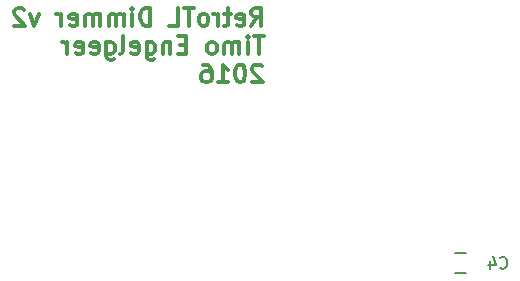
<source format=gbr>
G04 #@! TF.FileFunction,Legend,Bot*
%FSLAX46Y46*%
G04 Gerber Fmt 4.6, Leading zero omitted, Abs format (unit mm)*
G04 Created by KiCad (PCBNEW 4.0.2-stable) date 8-9-2016 13:54:52*
%MOMM*%
G01*
G04 APERTURE LIST*
%ADD10C,0.100000*%
%ADD11C,0.300000*%
%ADD12C,0.150000*%
G04 APERTURE END LIST*
D10*
D11*
X146010714Y-85303571D02*
X146510714Y-84589286D01*
X146867857Y-85303571D02*
X146867857Y-83803571D01*
X146296429Y-83803571D01*
X146153571Y-83875000D01*
X146082143Y-83946429D01*
X146010714Y-84089286D01*
X146010714Y-84303571D01*
X146082143Y-84446429D01*
X146153571Y-84517857D01*
X146296429Y-84589286D01*
X146867857Y-84589286D01*
X144796429Y-85232143D02*
X144939286Y-85303571D01*
X145225000Y-85303571D01*
X145367857Y-85232143D01*
X145439286Y-85089286D01*
X145439286Y-84517857D01*
X145367857Y-84375000D01*
X145225000Y-84303571D01*
X144939286Y-84303571D01*
X144796429Y-84375000D01*
X144725000Y-84517857D01*
X144725000Y-84660714D01*
X145439286Y-84803571D01*
X144296429Y-84303571D02*
X143725000Y-84303571D01*
X144082143Y-83803571D02*
X144082143Y-85089286D01*
X144010715Y-85232143D01*
X143867857Y-85303571D01*
X143725000Y-85303571D01*
X143225000Y-85303571D02*
X143225000Y-84303571D01*
X143225000Y-84589286D02*
X143153572Y-84446429D01*
X143082143Y-84375000D01*
X142939286Y-84303571D01*
X142796429Y-84303571D01*
X142082143Y-85303571D02*
X142225001Y-85232143D01*
X142296429Y-85160714D01*
X142367858Y-85017857D01*
X142367858Y-84589286D01*
X142296429Y-84446429D01*
X142225001Y-84375000D01*
X142082143Y-84303571D01*
X141867858Y-84303571D01*
X141725001Y-84375000D01*
X141653572Y-84446429D01*
X141582143Y-84589286D01*
X141582143Y-85017857D01*
X141653572Y-85160714D01*
X141725001Y-85232143D01*
X141867858Y-85303571D01*
X142082143Y-85303571D01*
X141153572Y-83803571D02*
X140296429Y-83803571D01*
X140725000Y-85303571D02*
X140725000Y-83803571D01*
X139082143Y-85303571D02*
X139796429Y-85303571D01*
X139796429Y-83803571D01*
X137439286Y-85303571D02*
X137439286Y-83803571D01*
X137082143Y-83803571D01*
X136867858Y-83875000D01*
X136725000Y-84017857D01*
X136653572Y-84160714D01*
X136582143Y-84446429D01*
X136582143Y-84660714D01*
X136653572Y-84946429D01*
X136725000Y-85089286D01*
X136867858Y-85232143D01*
X137082143Y-85303571D01*
X137439286Y-85303571D01*
X135939286Y-85303571D02*
X135939286Y-84303571D01*
X135939286Y-83803571D02*
X136010715Y-83875000D01*
X135939286Y-83946429D01*
X135867858Y-83875000D01*
X135939286Y-83803571D01*
X135939286Y-83946429D01*
X135225000Y-85303571D02*
X135225000Y-84303571D01*
X135225000Y-84446429D02*
X135153572Y-84375000D01*
X135010714Y-84303571D01*
X134796429Y-84303571D01*
X134653572Y-84375000D01*
X134582143Y-84517857D01*
X134582143Y-85303571D01*
X134582143Y-84517857D02*
X134510714Y-84375000D01*
X134367857Y-84303571D01*
X134153572Y-84303571D01*
X134010714Y-84375000D01*
X133939286Y-84517857D01*
X133939286Y-85303571D01*
X133225000Y-85303571D02*
X133225000Y-84303571D01*
X133225000Y-84446429D02*
X133153572Y-84375000D01*
X133010714Y-84303571D01*
X132796429Y-84303571D01*
X132653572Y-84375000D01*
X132582143Y-84517857D01*
X132582143Y-85303571D01*
X132582143Y-84517857D02*
X132510714Y-84375000D01*
X132367857Y-84303571D01*
X132153572Y-84303571D01*
X132010714Y-84375000D01*
X131939286Y-84517857D01*
X131939286Y-85303571D01*
X130653572Y-85232143D02*
X130796429Y-85303571D01*
X131082143Y-85303571D01*
X131225000Y-85232143D01*
X131296429Y-85089286D01*
X131296429Y-84517857D01*
X131225000Y-84375000D01*
X131082143Y-84303571D01*
X130796429Y-84303571D01*
X130653572Y-84375000D01*
X130582143Y-84517857D01*
X130582143Y-84660714D01*
X131296429Y-84803571D01*
X129939286Y-85303571D02*
X129939286Y-84303571D01*
X129939286Y-84589286D02*
X129867858Y-84446429D01*
X129796429Y-84375000D01*
X129653572Y-84303571D01*
X129510715Y-84303571D01*
X128010715Y-84303571D02*
X127653572Y-85303571D01*
X127296430Y-84303571D01*
X126796430Y-83946429D02*
X126725001Y-83875000D01*
X126582144Y-83803571D01*
X126225001Y-83803571D01*
X126082144Y-83875000D01*
X126010715Y-83946429D01*
X125939287Y-84089286D01*
X125939287Y-84232143D01*
X126010715Y-84446429D01*
X126867858Y-85303571D01*
X125939287Y-85303571D01*
X147082143Y-86203571D02*
X146225000Y-86203571D01*
X146653571Y-87703571D02*
X146653571Y-86203571D01*
X145725000Y-87703571D02*
X145725000Y-86703571D01*
X145725000Y-86203571D02*
X145796429Y-86275000D01*
X145725000Y-86346429D01*
X145653572Y-86275000D01*
X145725000Y-86203571D01*
X145725000Y-86346429D01*
X145010714Y-87703571D02*
X145010714Y-86703571D01*
X145010714Y-86846429D02*
X144939286Y-86775000D01*
X144796428Y-86703571D01*
X144582143Y-86703571D01*
X144439286Y-86775000D01*
X144367857Y-86917857D01*
X144367857Y-87703571D01*
X144367857Y-86917857D02*
X144296428Y-86775000D01*
X144153571Y-86703571D01*
X143939286Y-86703571D01*
X143796428Y-86775000D01*
X143725000Y-86917857D01*
X143725000Y-87703571D01*
X142796428Y-87703571D02*
X142939286Y-87632143D01*
X143010714Y-87560714D01*
X143082143Y-87417857D01*
X143082143Y-86989286D01*
X143010714Y-86846429D01*
X142939286Y-86775000D01*
X142796428Y-86703571D01*
X142582143Y-86703571D01*
X142439286Y-86775000D01*
X142367857Y-86846429D01*
X142296428Y-86989286D01*
X142296428Y-87417857D01*
X142367857Y-87560714D01*
X142439286Y-87632143D01*
X142582143Y-87703571D01*
X142796428Y-87703571D01*
X140510714Y-86917857D02*
X140010714Y-86917857D01*
X139796428Y-87703571D02*
X140510714Y-87703571D01*
X140510714Y-86203571D01*
X139796428Y-86203571D01*
X139153571Y-86703571D02*
X139153571Y-87703571D01*
X139153571Y-86846429D02*
X139082143Y-86775000D01*
X138939285Y-86703571D01*
X138725000Y-86703571D01*
X138582143Y-86775000D01*
X138510714Y-86917857D01*
X138510714Y-87703571D01*
X137153571Y-86703571D02*
X137153571Y-87917857D01*
X137225000Y-88060714D01*
X137296428Y-88132143D01*
X137439285Y-88203571D01*
X137653571Y-88203571D01*
X137796428Y-88132143D01*
X137153571Y-87632143D02*
X137296428Y-87703571D01*
X137582142Y-87703571D01*
X137725000Y-87632143D01*
X137796428Y-87560714D01*
X137867857Y-87417857D01*
X137867857Y-86989286D01*
X137796428Y-86846429D01*
X137725000Y-86775000D01*
X137582142Y-86703571D01*
X137296428Y-86703571D01*
X137153571Y-86775000D01*
X135867857Y-87632143D02*
X136010714Y-87703571D01*
X136296428Y-87703571D01*
X136439285Y-87632143D01*
X136510714Y-87489286D01*
X136510714Y-86917857D01*
X136439285Y-86775000D01*
X136296428Y-86703571D01*
X136010714Y-86703571D01*
X135867857Y-86775000D01*
X135796428Y-86917857D01*
X135796428Y-87060714D01*
X136510714Y-87203571D01*
X134939285Y-87703571D02*
X135082143Y-87632143D01*
X135153571Y-87489286D01*
X135153571Y-86203571D01*
X133725000Y-86703571D02*
X133725000Y-87917857D01*
X133796429Y-88060714D01*
X133867857Y-88132143D01*
X134010714Y-88203571D01*
X134225000Y-88203571D01*
X134367857Y-88132143D01*
X133725000Y-87632143D02*
X133867857Y-87703571D01*
X134153571Y-87703571D01*
X134296429Y-87632143D01*
X134367857Y-87560714D01*
X134439286Y-87417857D01*
X134439286Y-86989286D01*
X134367857Y-86846429D01*
X134296429Y-86775000D01*
X134153571Y-86703571D01*
X133867857Y-86703571D01*
X133725000Y-86775000D01*
X132439286Y-87632143D02*
X132582143Y-87703571D01*
X132867857Y-87703571D01*
X133010714Y-87632143D01*
X133082143Y-87489286D01*
X133082143Y-86917857D01*
X133010714Y-86775000D01*
X132867857Y-86703571D01*
X132582143Y-86703571D01*
X132439286Y-86775000D01*
X132367857Y-86917857D01*
X132367857Y-87060714D01*
X133082143Y-87203571D01*
X131153572Y-87632143D02*
X131296429Y-87703571D01*
X131582143Y-87703571D01*
X131725000Y-87632143D01*
X131796429Y-87489286D01*
X131796429Y-86917857D01*
X131725000Y-86775000D01*
X131582143Y-86703571D01*
X131296429Y-86703571D01*
X131153572Y-86775000D01*
X131082143Y-86917857D01*
X131082143Y-87060714D01*
X131796429Y-87203571D01*
X130439286Y-87703571D02*
X130439286Y-86703571D01*
X130439286Y-86989286D02*
X130367858Y-86846429D01*
X130296429Y-86775000D01*
X130153572Y-86703571D01*
X130010715Y-86703571D01*
X146939286Y-88746429D02*
X146867857Y-88675000D01*
X146725000Y-88603571D01*
X146367857Y-88603571D01*
X146225000Y-88675000D01*
X146153571Y-88746429D01*
X146082143Y-88889286D01*
X146082143Y-89032143D01*
X146153571Y-89246429D01*
X147010714Y-90103571D01*
X146082143Y-90103571D01*
X145153572Y-88603571D02*
X145010715Y-88603571D01*
X144867858Y-88675000D01*
X144796429Y-88746429D01*
X144725000Y-88889286D01*
X144653572Y-89175000D01*
X144653572Y-89532143D01*
X144725000Y-89817857D01*
X144796429Y-89960714D01*
X144867858Y-90032143D01*
X145010715Y-90103571D01*
X145153572Y-90103571D01*
X145296429Y-90032143D01*
X145367858Y-89960714D01*
X145439286Y-89817857D01*
X145510715Y-89532143D01*
X145510715Y-89175000D01*
X145439286Y-88889286D01*
X145367858Y-88746429D01*
X145296429Y-88675000D01*
X145153572Y-88603571D01*
X143225001Y-90103571D02*
X144082144Y-90103571D01*
X143653572Y-90103571D02*
X143653572Y-88603571D01*
X143796429Y-88817857D01*
X143939287Y-88960714D01*
X144082144Y-89032143D01*
X141939287Y-88603571D02*
X142225001Y-88603571D01*
X142367858Y-88675000D01*
X142439287Y-88746429D01*
X142582144Y-88960714D01*
X142653573Y-89246429D01*
X142653573Y-89817857D01*
X142582144Y-89960714D01*
X142510716Y-90032143D01*
X142367858Y-90103571D01*
X142082144Y-90103571D01*
X141939287Y-90032143D01*
X141867858Y-89960714D01*
X141796430Y-89817857D01*
X141796430Y-89460714D01*
X141867858Y-89317857D01*
X141939287Y-89246429D01*
X142082144Y-89175000D01*
X142367858Y-89175000D01*
X142510716Y-89246429D01*
X142582144Y-89317857D01*
X142653573Y-89460714D01*
D12*
X164235000Y-106290000D02*
X163235000Y-106290000D01*
X163235000Y-104590000D02*
X164235000Y-104590000D01*
X167076666Y-105797143D02*
X167124285Y-105844762D01*
X167267142Y-105892381D01*
X167362380Y-105892381D01*
X167505238Y-105844762D01*
X167600476Y-105749524D01*
X167648095Y-105654286D01*
X167695714Y-105463810D01*
X167695714Y-105320952D01*
X167648095Y-105130476D01*
X167600476Y-105035238D01*
X167505238Y-104940000D01*
X167362380Y-104892381D01*
X167267142Y-104892381D01*
X167124285Y-104940000D01*
X167076666Y-104987619D01*
X166219523Y-105225714D02*
X166219523Y-105892381D01*
X166457619Y-104844762D02*
X166695714Y-105559048D01*
X166076666Y-105559048D01*
M02*

</source>
